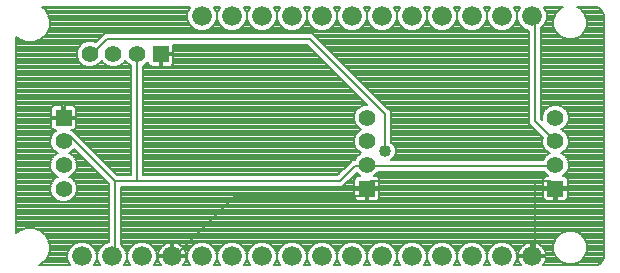
<source format=gbl>
G75*
%MOIN*%
%OFA0B0*%
%FSLAX25Y25*%
%IPPOS*%
%LPD*%
%AMOC8*
5,1,8,0,0,1.08239X$1,22.5*
%
%ADD10R,0.05550X0.05550*%
%ADD11C,0.05550*%
%ADD12C,0.06600*%
%ADD13C,0.00800*%
%ADD14C,0.04000*%
D10*
X0019258Y0052605D03*
X0051644Y0073794D03*
X0120400Y0028983D03*
X0183219Y0028983D03*
D11*
X0183219Y0036857D03*
X0183219Y0044731D03*
X0183219Y0052605D03*
X0120400Y0052605D03*
X0120400Y0044731D03*
X0120400Y0036857D03*
X0043770Y0073794D03*
X0035896Y0073794D03*
X0028022Y0073794D03*
X0019258Y0044731D03*
X0019258Y0036857D03*
X0019258Y0028983D03*
D12*
X0025400Y0006400D03*
X0035400Y0006400D03*
X0045400Y0006400D03*
X0055400Y0006400D03*
X0065400Y0006400D03*
X0075400Y0006400D03*
X0085400Y0006400D03*
X0095400Y0006400D03*
X0105400Y0006400D03*
X0115400Y0006400D03*
X0125400Y0006400D03*
X0135400Y0006400D03*
X0145400Y0006400D03*
X0155400Y0006400D03*
X0165400Y0006400D03*
X0175400Y0006400D03*
X0175400Y0086400D03*
X0165400Y0086400D03*
X0155400Y0086400D03*
X0145400Y0086400D03*
X0135400Y0086400D03*
X0125400Y0086400D03*
X0115400Y0086400D03*
X0105400Y0086400D03*
X0095400Y0086400D03*
X0085400Y0086400D03*
X0075400Y0086400D03*
X0065400Y0086400D03*
D13*
X0011729Y0003734D02*
X0010923Y0003400D01*
X0021470Y0003400D01*
X0021246Y0003624D01*
X0020500Y0005425D01*
X0020500Y0007375D01*
X0021246Y0009176D01*
X0022624Y0010554D01*
X0024425Y0011300D01*
X0026375Y0011300D01*
X0028176Y0010554D01*
X0029554Y0009176D01*
X0030300Y0007375D01*
X0030300Y0005425D01*
X0029554Y0003624D01*
X0029330Y0003400D01*
X0031470Y0003400D01*
X0031246Y0003624D01*
X0030500Y0005425D01*
X0030500Y0007375D01*
X0031246Y0009176D01*
X0032624Y0010554D01*
X0034400Y0011289D01*
X0034400Y0030572D01*
X0022843Y0042129D01*
X0021736Y0041022D01*
X0021185Y0040794D01*
X0021736Y0040565D01*
X0022967Y0039335D01*
X0023633Y0037727D01*
X0023633Y0035986D01*
X0022967Y0034379D01*
X0021736Y0033148D01*
X0021185Y0032920D01*
X0021736Y0032691D01*
X0022967Y0031461D01*
X0023633Y0029853D01*
X0023633Y0028112D01*
X0022967Y0026505D01*
X0021736Y0025274D01*
X0020128Y0024608D01*
X0018388Y0024608D01*
X0016780Y0025274D01*
X0015549Y0026505D01*
X0014883Y0028112D01*
X0014883Y0029853D01*
X0015549Y0031461D01*
X0016780Y0032691D01*
X0017331Y0032920D01*
X0016780Y0033148D01*
X0015549Y0034379D01*
X0014883Y0035986D01*
X0014883Y0037727D01*
X0015549Y0039335D01*
X0016780Y0040565D01*
X0017331Y0040794D01*
X0016780Y0041022D01*
X0015549Y0042253D01*
X0014883Y0043860D01*
X0014883Y0045601D01*
X0015549Y0047209D01*
X0016771Y0048430D01*
X0016299Y0048430D01*
X0015943Y0048525D01*
X0015624Y0048710D01*
X0015363Y0048970D01*
X0015179Y0049290D01*
X0015083Y0049646D01*
X0015083Y0052217D01*
X0018871Y0052217D01*
X0018871Y0052992D01*
X0015083Y0052992D01*
X0015083Y0055564D01*
X0015179Y0055920D01*
X0015363Y0056239D01*
X0015624Y0056500D01*
X0015943Y0056684D01*
X0016299Y0056780D01*
X0018871Y0056780D01*
X0018871Y0052992D01*
X0019646Y0052992D01*
X0023433Y0052992D01*
X0023433Y0055564D01*
X0023338Y0055920D01*
X0023153Y0056239D01*
X0022893Y0056500D01*
X0022573Y0056684D01*
X0022217Y0056780D01*
X0019646Y0056780D01*
X0019646Y0052992D01*
X0019646Y0052217D01*
X0023433Y0052217D01*
X0023433Y0049646D01*
X0023338Y0049290D01*
X0023153Y0048970D01*
X0022893Y0048710D01*
X0022573Y0048525D01*
X0022217Y0048430D01*
X0021746Y0048430D01*
X0021776Y0048400D01*
X0022228Y0048400D01*
X0022328Y0048300D01*
X0022468Y0048283D01*
X0022902Y0047727D01*
X0037228Y0033400D01*
X0041900Y0033400D01*
X0041900Y0069833D01*
X0041292Y0070085D01*
X0040061Y0071316D01*
X0039833Y0071867D01*
X0039605Y0071316D01*
X0038374Y0070085D01*
X0036766Y0069419D01*
X0035026Y0069419D01*
X0033418Y0070085D01*
X0032187Y0071316D01*
X0031959Y0071867D01*
X0031731Y0071316D01*
X0030500Y0070085D01*
X0028892Y0069419D01*
X0027152Y0069419D01*
X0025544Y0070085D01*
X0024313Y0071316D01*
X0023647Y0072923D01*
X0023647Y0074664D01*
X0024313Y0076272D01*
X0025544Y0077502D01*
X0027152Y0078168D01*
X0028892Y0078168D01*
X0029916Y0077744D01*
X0033072Y0080900D01*
X0102228Y0080900D01*
X0127228Y0055900D01*
X0127228Y0055900D01*
X0128400Y0054728D01*
X0128400Y0044468D01*
X0128439Y0044452D01*
X0129452Y0043439D01*
X0130000Y0042116D01*
X0130000Y0040684D01*
X0129452Y0039361D01*
X0128491Y0038400D01*
X0179123Y0038400D01*
X0179510Y0039335D01*
X0180741Y0040565D01*
X0181292Y0040794D01*
X0180741Y0041022D01*
X0179510Y0042253D01*
X0178844Y0043860D01*
X0178844Y0045601D01*
X0178998Y0045973D01*
X0175572Y0049400D01*
X0174400Y0050572D01*
X0174400Y0081510D01*
X0172624Y0082246D01*
X0171246Y0083624D01*
X0170500Y0085425D01*
X0170500Y0087375D01*
X0171246Y0089176D01*
X0171470Y0089400D01*
X0169330Y0089400D01*
X0169554Y0089176D01*
X0170300Y0087375D01*
X0170300Y0085425D01*
X0169554Y0083624D01*
X0168176Y0082246D01*
X0166375Y0081500D01*
X0164425Y0081500D01*
X0162624Y0082246D01*
X0161246Y0083624D01*
X0160500Y0085425D01*
X0160500Y0087375D01*
X0161246Y0089176D01*
X0161470Y0089400D01*
X0159330Y0089400D01*
X0159554Y0089176D01*
X0160300Y0087375D01*
X0160300Y0085425D01*
X0159554Y0083624D01*
X0158176Y0082246D01*
X0156375Y0081500D01*
X0154425Y0081500D01*
X0152624Y0082246D01*
X0151246Y0083624D01*
X0150500Y0085425D01*
X0150500Y0087375D01*
X0151246Y0089176D01*
X0151470Y0089400D01*
X0149330Y0089400D01*
X0149554Y0089176D01*
X0150300Y0087375D01*
X0150300Y0085425D01*
X0149554Y0083624D01*
X0148176Y0082246D01*
X0146375Y0081500D01*
X0144425Y0081500D01*
X0142624Y0082246D01*
X0141246Y0083624D01*
X0140500Y0085425D01*
X0140500Y0087375D01*
X0141246Y0089176D01*
X0141470Y0089400D01*
X0139330Y0089400D01*
X0139554Y0089176D01*
X0140300Y0087375D01*
X0140300Y0085425D01*
X0139554Y0083624D01*
X0138176Y0082246D01*
X0136375Y0081500D01*
X0134425Y0081500D01*
X0132624Y0082246D01*
X0131246Y0083624D01*
X0130500Y0085425D01*
X0130500Y0087375D01*
X0131246Y0089176D01*
X0131470Y0089400D01*
X0129330Y0089400D01*
X0129554Y0089176D01*
X0130300Y0087375D01*
X0130300Y0085425D01*
X0129554Y0083624D01*
X0128176Y0082246D01*
X0126375Y0081500D01*
X0124425Y0081500D01*
X0122624Y0082246D01*
X0121246Y0083624D01*
X0120500Y0085425D01*
X0120500Y0087375D01*
X0121246Y0089176D01*
X0121470Y0089400D01*
X0119330Y0089400D01*
X0119554Y0089176D01*
X0120300Y0087375D01*
X0120300Y0085425D01*
X0119554Y0083624D01*
X0118176Y0082246D01*
X0116375Y0081500D01*
X0114425Y0081500D01*
X0112624Y0082246D01*
X0111246Y0083624D01*
X0110500Y0085425D01*
X0110500Y0087375D01*
X0111246Y0089176D01*
X0111470Y0089400D01*
X0109330Y0089400D01*
X0109554Y0089176D01*
X0110300Y0087375D01*
X0110300Y0085425D01*
X0109554Y0083624D01*
X0108176Y0082246D01*
X0106375Y0081500D01*
X0104425Y0081500D01*
X0102624Y0082246D01*
X0101246Y0083624D01*
X0100500Y0085425D01*
X0100500Y0087375D01*
X0101246Y0089176D01*
X0101470Y0089400D01*
X0099330Y0089400D01*
X0099554Y0089176D01*
X0100300Y0087375D01*
X0100300Y0085425D01*
X0099554Y0083624D01*
X0098176Y0082246D01*
X0096375Y0081500D01*
X0094425Y0081500D01*
X0092624Y0082246D01*
X0091246Y0083624D01*
X0090500Y0085425D01*
X0090500Y0087375D01*
X0091246Y0089176D01*
X0091470Y0089400D01*
X0089330Y0089400D01*
X0089554Y0089176D01*
X0090300Y0087375D01*
X0090300Y0085425D01*
X0089554Y0083624D01*
X0088176Y0082246D01*
X0086375Y0081500D01*
X0084425Y0081500D01*
X0082624Y0082246D01*
X0081246Y0083624D01*
X0080500Y0085425D01*
X0080500Y0087375D01*
X0081246Y0089176D01*
X0081470Y0089400D01*
X0079330Y0089400D01*
X0079554Y0089176D01*
X0080300Y0087375D01*
X0080300Y0085425D01*
X0079554Y0083624D01*
X0078176Y0082246D01*
X0076375Y0081500D01*
X0074425Y0081500D01*
X0072624Y0082246D01*
X0071246Y0083624D01*
X0070500Y0085425D01*
X0070500Y0087375D01*
X0071246Y0089176D01*
X0071470Y0089400D01*
X0069330Y0089400D01*
X0069554Y0089176D01*
X0070300Y0087375D01*
X0070300Y0085425D01*
X0069554Y0083624D01*
X0068176Y0082246D01*
X0066375Y0081500D01*
X0064425Y0081500D01*
X0062624Y0082246D01*
X0061246Y0083624D01*
X0060500Y0085425D01*
X0060500Y0087375D01*
X0061246Y0089176D01*
X0061470Y0089400D01*
X0012214Y0089400D01*
X0013586Y0088028D01*
X0014591Y0085603D01*
X0014591Y0082977D01*
X0013586Y0080551D01*
X0011729Y0078695D01*
X0009303Y0077690D01*
X0006678Y0077690D01*
X0004252Y0078695D01*
X0003400Y0079547D01*
X0003400Y0014072D01*
X0004252Y0014924D01*
X0006678Y0015929D01*
X0009303Y0015929D01*
X0011729Y0014924D01*
X0013586Y0013068D01*
X0014591Y0010642D01*
X0014591Y0008016D01*
X0013586Y0005591D01*
X0011729Y0003734D01*
X0011391Y0003594D02*
X0021276Y0003594D01*
X0020928Y0004393D02*
X0012388Y0004393D01*
X0013186Y0005191D02*
X0020597Y0005191D01*
X0020500Y0005990D02*
X0013751Y0005990D01*
X0014082Y0006788D02*
X0020500Y0006788D01*
X0020588Y0007587D02*
X0014413Y0007587D01*
X0014591Y0008385D02*
X0020919Y0008385D01*
X0021254Y0009184D02*
X0014591Y0009184D01*
X0014591Y0009982D02*
X0022052Y0009982D01*
X0023172Y0010781D02*
X0014533Y0010781D01*
X0014202Y0011579D02*
X0034400Y0011579D01*
X0034400Y0012378D02*
X0013872Y0012378D01*
X0013477Y0013176D02*
X0034400Y0013176D01*
X0034400Y0013975D02*
X0012679Y0013975D01*
X0011880Y0014773D02*
X0034400Y0014773D01*
X0034400Y0015572D02*
X0010166Y0015572D01*
X0005815Y0015572D02*
X0003400Y0015572D01*
X0003400Y0016370D02*
X0034400Y0016370D01*
X0034400Y0017169D02*
X0003400Y0017169D01*
X0003400Y0017967D02*
X0034400Y0017967D01*
X0034400Y0018766D02*
X0003400Y0018766D01*
X0003400Y0019564D02*
X0034400Y0019564D01*
X0034400Y0020363D02*
X0003400Y0020363D01*
X0003400Y0021161D02*
X0034400Y0021161D01*
X0034400Y0021960D02*
X0003400Y0021960D01*
X0003400Y0022758D02*
X0034400Y0022758D01*
X0034400Y0023557D02*
X0003400Y0023557D01*
X0003400Y0024355D02*
X0034400Y0024355D01*
X0034400Y0025154D02*
X0021447Y0025154D01*
X0022415Y0025952D02*
X0034400Y0025952D01*
X0034400Y0026751D02*
X0023069Y0026751D01*
X0023400Y0027549D02*
X0034400Y0027549D01*
X0034400Y0028348D02*
X0023633Y0028348D01*
X0023633Y0029146D02*
X0034400Y0029146D01*
X0034400Y0029945D02*
X0023595Y0029945D01*
X0023264Y0030743D02*
X0034228Y0030743D01*
X0033430Y0031542D02*
X0022886Y0031542D01*
X0022087Y0032340D02*
X0032631Y0032340D01*
X0031833Y0033139D02*
X0021715Y0033139D01*
X0022526Y0033937D02*
X0031034Y0033937D01*
X0030236Y0034736D02*
X0023115Y0034736D01*
X0023446Y0035534D02*
X0029437Y0035534D01*
X0028639Y0036333D02*
X0023633Y0036333D01*
X0023633Y0037132D02*
X0027840Y0037132D01*
X0027042Y0037930D02*
X0023549Y0037930D01*
X0023218Y0038729D02*
X0026243Y0038729D01*
X0025445Y0039527D02*
X0022775Y0039527D01*
X0021976Y0040326D02*
X0024646Y0040326D01*
X0023847Y0041124D02*
X0021839Y0041124D01*
X0022637Y0041923D02*
X0023049Y0041923D01*
X0026310Y0044318D02*
X0041900Y0044318D01*
X0041900Y0043520D02*
X0027109Y0043520D01*
X0027907Y0042721D02*
X0041900Y0042721D01*
X0041900Y0041923D02*
X0028706Y0041923D01*
X0029504Y0041124D02*
X0041900Y0041124D01*
X0041900Y0040326D02*
X0030303Y0040326D01*
X0031101Y0039527D02*
X0041900Y0039527D01*
X0041900Y0038729D02*
X0031900Y0038729D01*
X0032698Y0037930D02*
X0041900Y0037930D01*
X0041900Y0037132D02*
X0033497Y0037132D01*
X0034295Y0036333D02*
X0041900Y0036333D01*
X0041900Y0035534D02*
X0035094Y0035534D01*
X0035892Y0034736D02*
X0041900Y0034736D01*
X0041900Y0033937D02*
X0036691Y0033937D01*
X0036400Y0031400D02*
X0043900Y0031400D01*
X0043900Y0071400D01*
X0043770Y0073794D01*
X0039998Y0071468D02*
X0039668Y0071468D01*
X0038958Y0070669D02*
X0040708Y0070669D01*
X0041810Y0069870D02*
X0037856Y0069870D01*
X0033936Y0069870D02*
X0029982Y0069870D01*
X0031084Y0070669D02*
X0032834Y0070669D01*
X0032124Y0071468D02*
X0031794Y0071468D01*
X0028900Y0073900D02*
X0028022Y0073794D01*
X0028900Y0073900D02*
X0033900Y0078900D01*
X0101400Y0078900D01*
X0126400Y0053900D01*
X0126400Y0041400D01*
X0129749Y0042721D02*
X0179316Y0042721D01*
X0178985Y0043520D02*
X0129372Y0043520D01*
X0128573Y0044318D02*
X0178844Y0044318D01*
X0178844Y0045117D02*
X0128400Y0045117D01*
X0128400Y0045915D02*
X0178974Y0045915D01*
X0178258Y0046714D02*
X0128400Y0046714D01*
X0128400Y0047512D02*
X0177459Y0047512D01*
X0176661Y0048311D02*
X0128400Y0048311D01*
X0128400Y0049109D02*
X0175862Y0049109D01*
X0175064Y0049908D02*
X0128400Y0049908D01*
X0128400Y0050706D02*
X0174400Y0050706D01*
X0174400Y0051505D02*
X0128400Y0051505D01*
X0128400Y0052303D02*
X0174400Y0052303D01*
X0174400Y0053102D02*
X0128400Y0053102D01*
X0128400Y0053900D02*
X0174400Y0053900D01*
X0174400Y0054699D02*
X0128400Y0054699D01*
X0127631Y0055497D02*
X0174400Y0055497D01*
X0174400Y0056296D02*
X0126833Y0056296D01*
X0126034Y0057094D02*
X0174400Y0057094D01*
X0174400Y0057893D02*
X0125236Y0057893D01*
X0124437Y0058691D02*
X0174400Y0058691D01*
X0174400Y0059490D02*
X0123639Y0059490D01*
X0122840Y0060288D02*
X0174400Y0060288D01*
X0174400Y0061087D02*
X0122042Y0061087D01*
X0121243Y0061885D02*
X0174400Y0061885D01*
X0174400Y0062684D02*
X0120445Y0062684D01*
X0119646Y0063482D02*
X0174400Y0063482D01*
X0174400Y0064281D02*
X0118848Y0064281D01*
X0118049Y0065079D02*
X0174400Y0065079D01*
X0174400Y0065878D02*
X0117250Y0065878D01*
X0116452Y0066676D02*
X0174400Y0066676D01*
X0174400Y0067475D02*
X0115653Y0067475D01*
X0114855Y0068273D02*
X0174400Y0068273D01*
X0174400Y0069072D02*
X0114056Y0069072D01*
X0113258Y0069870D02*
X0174400Y0069870D01*
X0174400Y0070669D02*
X0112459Y0070669D01*
X0111661Y0071468D02*
X0174400Y0071468D01*
X0174400Y0072266D02*
X0110862Y0072266D01*
X0110064Y0073065D02*
X0174400Y0073065D01*
X0174400Y0073863D02*
X0109265Y0073863D01*
X0108467Y0074662D02*
X0174400Y0074662D01*
X0174400Y0075460D02*
X0107668Y0075460D01*
X0106870Y0076259D02*
X0174400Y0076259D01*
X0174400Y0077057D02*
X0106071Y0077057D01*
X0105273Y0077856D02*
X0174400Y0077856D01*
X0174400Y0078654D02*
X0104474Y0078654D01*
X0103676Y0079453D02*
X0174400Y0079453D01*
X0174400Y0080251D02*
X0102877Y0080251D01*
X0103585Y0081848D02*
X0097215Y0081848D01*
X0098576Y0082647D02*
X0102224Y0082647D01*
X0101425Y0083445D02*
X0099375Y0083445D01*
X0099811Y0084244D02*
X0100989Y0084244D01*
X0100659Y0085042D02*
X0100141Y0085042D01*
X0100300Y0085841D02*
X0100500Y0085841D01*
X0100500Y0086639D02*
X0100300Y0086639D01*
X0100274Y0087438D02*
X0100526Y0087438D01*
X0100857Y0088236D02*
X0099943Y0088236D01*
X0099612Y0089035D02*
X0101188Y0089035D01*
X0109612Y0089035D02*
X0111188Y0089035D01*
X0110857Y0088236D02*
X0109943Y0088236D01*
X0110274Y0087438D02*
X0110526Y0087438D01*
X0110500Y0086639D02*
X0110300Y0086639D01*
X0110300Y0085841D02*
X0110500Y0085841D01*
X0110659Y0085042D02*
X0110141Y0085042D01*
X0109811Y0084244D02*
X0110989Y0084244D01*
X0111425Y0083445D02*
X0109375Y0083445D01*
X0108576Y0082647D02*
X0112224Y0082647D01*
X0113585Y0081848D02*
X0107215Y0081848D01*
X0117215Y0081848D02*
X0123585Y0081848D01*
X0122224Y0082647D02*
X0118576Y0082647D01*
X0119375Y0083445D02*
X0121425Y0083445D01*
X0120989Y0084244D02*
X0119811Y0084244D01*
X0120141Y0085042D02*
X0120659Y0085042D01*
X0120500Y0085841D02*
X0120300Y0085841D01*
X0120300Y0086639D02*
X0120500Y0086639D01*
X0120526Y0087438D02*
X0120274Y0087438D01*
X0119943Y0088236D02*
X0120857Y0088236D01*
X0121188Y0089035D02*
X0119612Y0089035D01*
X0129612Y0089035D02*
X0131188Y0089035D01*
X0130857Y0088236D02*
X0129943Y0088236D01*
X0130274Y0087438D02*
X0130526Y0087438D01*
X0130500Y0086639D02*
X0130300Y0086639D01*
X0130300Y0085841D02*
X0130500Y0085841D01*
X0130659Y0085042D02*
X0130141Y0085042D01*
X0129811Y0084244D02*
X0130989Y0084244D01*
X0131425Y0083445D02*
X0129375Y0083445D01*
X0128576Y0082647D02*
X0132224Y0082647D01*
X0133585Y0081848D02*
X0127215Y0081848D01*
X0137215Y0081848D02*
X0143585Y0081848D01*
X0142224Y0082647D02*
X0138576Y0082647D01*
X0139375Y0083445D02*
X0141425Y0083445D01*
X0140989Y0084244D02*
X0139811Y0084244D01*
X0140141Y0085042D02*
X0140659Y0085042D01*
X0140500Y0085841D02*
X0140300Y0085841D01*
X0140300Y0086639D02*
X0140500Y0086639D01*
X0140526Y0087438D02*
X0140274Y0087438D01*
X0139943Y0088236D02*
X0140857Y0088236D01*
X0141188Y0089035D02*
X0139612Y0089035D01*
X0149612Y0089035D02*
X0151188Y0089035D01*
X0150857Y0088236D02*
X0149943Y0088236D01*
X0150274Y0087438D02*
X0150526Y0087438D01*
X0150500Y0086639D02*
X0150300Y0086639D01*
X0150300Y0085841D02*
X0150500Y0085841D01*
X0150659Y0085042D02*
X0150141Y0085042D01*
X0149811Y0084244D02*
X0150989Y0084244D01*
X0151425Y0083445D02*
X0149375Y0083445D01*
X0148576Y0082647D02*
X0152224Y0082647D01*
X0153585Y0081848D02*
X0147215Y0081848D01*
X0157215Y0081848D02*
X0163585Y0081848D01*
X0162224Y0082647D02*
X0158576Y0082647D01*
X0159375Y0083445D02*
X0161425Y0083445D01*
X0160989Y0084244D02*
X0159811Y0084244D01*
X0160141Y0085042D02*
X0160659Y0085042D01*
X0160500Y0085841D02*
X0160300Y0085841D01*
X0160300Y0086639D02*
X0160500Y0086639D01*
X0160526Y0087438D02*
X0160274Y0087438D01*
X0159943Y0088236D02*
X0160857Y0088236D01*
X0161188Y0089035D02*
X0159612Y0089035D01*
X0169612Y0089035D02*
X0171188Y0089035D01*
X0170857Y0088236D02*
X0169943Y0088236D01*
X0170274Y0087438D02*
X0170526Y0087438D01*
X0170500Y0086639D02*
X0170300Y0086639D01*
X0170300Y0085841D02*
X0170500Y0085841D01*
X0170659Y0085042D02*
X0170141Y0085042D01*
X0169811Y0084244D02*
X0170989Y0084244D01*
X0171425Y0083445D02*
X0169375Y0083445D01*
X0168576Y0082647D02*
X0172224Y0082647D01*
X0173585Y0081848D02*
X0167215Y0081848D01*
X0174400Y0081050D02*
X0013792Y0081050D01*
X0014123Y0081848D02*
X0063585Y0081848D01*
X0062224Y0082647D02*
X0014454Y0082647D01*
X0014591Y0083445D02*
X0061425Y0083445D01*
X0060989Y0084244D02*
X0014591Y0084244D01*
X0014591Y0085042D02*
X0060659Y0085042D01*
X0060500Y0085841D02*
X0014492Y0085841D01*
X0014161Y0086639D02*
X0060500Y0086639D01*
X0060526Y0087438D02*
X0013830Y0087438D01*
X0013378Y0088236D02*
X0060857Y0088236D01*
X0061188Y0089035D02*
X0012579Y0089035D01*
X0013286Y0080251D02*
X0032423Y0080251D01*
X0031624Y0079453D02*
X0012487Y0079453D01*
X0011632Y0078654D02*
X0030826Y0078654D01*
X0030027Y0077856D02*
X0029648Y0077856D01*
X0026396Y0077856D02*
X0009704Y0077856D01*
X0006277Y0077856D02*
X0003400Y0077856D01*
X0003400Y0078654D02*
X0004350Y0078654D01*
X0003494Y0079453D02*
X0003400Y0079453D01*
X0003400Y0077057D02*
X0025099Y0077057D01*
X0024308Y0076259D02*
X0003400Y0076259D01*
X0003400Y0075460D02*
X0023977Y0075460D01*
X0023647Y0074662D02*
X0003400Y0074662D01*
X0003400Y0073863D02*
X0023647Y0073863D01*
X0023647Y0073065D02*
X0003400Y0073065D01*
X0003400Y0072266D02*
X0023920Y0072266D01*
X0024250Y0071468D02*
X0003400Y0071468D01*
X0003400Y0070669D02*
X0024960Y0070669D01*
X0026062Y0069870D02*
X0003400Y0069870D01*
X0003400Y0069072D02*
X0041900Y0069072D01*
X0041900Y0068273D02*
X0003400Y0068273D01*
X0003400Y0067475D02*
X0041900Y0067475D01*
X0041900Y0066676D02*
X0003400Y0066676D01*
X0003400Y0065878D02*
X0041900Y0065878D01*
X0041900Y0065079D02*
X0003400Y0065079D01*
X0003400Y0064281D02*
X0041900Y0064281D01*
X0041900Y0063482D02*
X0003400Y0063482D01*
X0003400Y0062684D02*
X0041900Y0062684D01*
X0041900Y0061885D02*
X0003400Y0061885D01*
X0003400Y0061087D02*
X0041900Y0061087D01*
X0041900Y0060288D02*
X0003400Y0060288D01*
X0003400Y0059490D02*
X0041900Y0059490D01*
X0041900Y0058691D02*
X0003400Y0058691D01*
X0003400Y0057893D02*
X0041900Y0057893D01*
X0041900Y0057094D02*
X0003400Y0057094D01*
X0003400Y0056296D02*
X0015420Y0056296D01*
X0015083Y0055497D02*
X0003400Y0055497D01*
X0003400Y0054699D02*
X0015083Y0054699D01*
X0015083Y0053900D02*
X0003400Y0053900D01*
X0003400Y0053102D02*
X0015083Y0053102D01*
X0015083Y0051505D02*
X0003400Y0051505D01*
X0003400Y0052303D02*
X0018871Y0052303D01*
X0019646Y0052303D02*
X0041900Y0052303D01*
X0041900Y0051505D02*
X0023433Y0051505D01*
X0023433Y0050706D02*
X0041900Y0050706D01*
X0041900Y0049908D02*
X0023433Y0049908D01*
X0023234Y0049109D02*
X0041900Y0049109D01*
X0041900Y0048311D02*
X0022318Y0048311D01*
X0023116Y0047512D02*
X0041900Y0047512D01*
X0041900Y0046714D02*
X0023915Y0046714D01*
X0024713Y0045915D02*
X0041900Y0045915D01*
X0041900Y0045117D02*
X0025512Y0045117D01*
X0021400Y0046400D02*
X0019258Y0044731D01*
X0021400Y0046400D02*
X0036400Y0031400D01*
X0036400Y0006400D01*
X0035400Y0006400D01*
X0039872Y0004393D02*
X0040928Y0004393D01*
X0041246Y0003624D02*
X0040500Y0005425D01*
X0040500Y0007375D01*
X0041246Y0009176D01*
X0042624Y0010554D01*
X0044425Y0011300D01*
X0046375Y0011300D01*
X0048176Y0010554D01*
X0049554Y0009176D01*
X0050300Y0007375D01*
X0050300Y0005425D01*
X0049554Y0003624D01*
X0049330Y0003400D01*
X0051770Y0003400D01*
X0051380Y0003937D01*
X0051044Y0004596D01*
X0050816Y0005299D01*
X0050705Y0006000D01*
X0055000Y0006000D01*
X0055000Y0006800D01*
X0055000Y0011095D01*
X0054299Y0010984D01*
X0053596Y0010756D01*
X0052937Y0010420D01*
X0052338Y0009985D01*
X0051815Y0009462D01*
X0051380Y0008863D01*
X0051044Y0008204D01*
X0050816Y0007501D01*
X0050705Y0006800D01*
X0055000Y0006800D01*
X0055800Y0006800D01*
X0055800Y0011095D01*
X0056501Y0010984D01*
X0057204Y0010756D01*
X0057863Y0010420D01*
X0058462Y0009985D01*
X0058985Y0009462D01*
X0059420Y0008863D01*
X0059756Y0008204D01*
X0059984Y0007501D01*
X0060095Y0006800D01*
X0055800Y0006800D01*
X0055800Y0006000D01*
X0060095Y0006000D01*
X0059984Y0005299D01*
X0059756Y0004596D01*
X0059420Y0003937D01*
X0059030Y0003400D01*
X0061470Y0003400D01*
X0061246Y0003624D01*
X0060500Y0005425D01*
X0060500Y0007375D01*
X0061246Y0009176D01*
X0062624Y0010554D01*
X0064425Y0011300D01*
X0066375Y0011300D01*
X0068176Y0010554D01*
X0069554Y0009176D01*
X0070300Y0007375D01*
X0070300Y0005425D01*
X0069554Y0003624D01*
X0069330Y0003400D01*
X0071470Y0003400D01*
X0071246Y0003624D01*
X0070500Y0005425D01*
X0070500Y0007375D01*
X0071246Y0009176D01*
X0072624Y0010554D01*
X0074425Y0011300D01*
X0076375Y0011300D01*
X0078176Y0010554D01*
X0079554Y0009176D01*
X0080300Y0007375D01*
X0080300Y0005425D01*
X0079554Y0003624D01*
X0079330Y0003400D01*
X0081470Y0003400D01*
X0081246Y0003624D01*
X0080500Y0005425D01*
X0080500Y0007375D01*
X0081246Y0009176D01*
X0082624Y0010554D01*
X0084425Y0011300D01*
X0086375Y0011300D01*
X0088176Y0010554D01*
X0089554Y0009176D01*
X0090300Y0007375D01*
X0090300Y0005425D01*
X0089554Y0003624D01*
X0089330Y0003400D01*
X0091470Y0003400D01*
X0091246Y0003624D01*
X0090500Y0005425D01*
X0090500Y0007375D01*
X0091246Y0009176D01*
X0092624Y0010554D01*
X0094425Y0011300D01*
X0096375Y0011300D01*
X0098176Y0010554D01*
X0099554Y0009176D01*
X0100300Y0007375D01*
X0100300Y0005425D01*
X0099554Y0003624D01*
X0099330Y0003400D01*
X0101470Y0003400D01*
X0101246Y0003624D01*
X0100500Y0005425D01*
X0100500Y0007375D01*
X0101246Y0009176D01*
X0102624Y0010554D01*
X0104425Y0011300D01*
X0106375Y0011300D01*
X0108176Y0010554D01*
X0109554Y0009176D01*
X0110300Y0007375D01*
X0110300Y0005425D01*
X0109554Y0003624D01*
X0109330Y0003400D01*
X0111470Y0003400D01*
X0111246Y0003624D01*
X0110500Y0005425D01*
X0110500Y0007375D01*
X0111246Y0009176D01*
X0112624Y0010554D01*
X0114425Y0011300D01*
X0116375Y0011300D01*
X0118176Y0010554D01*
X0119554Y0009176D01*
X0120300Y0007375D01*
X0120300Y0005425D01*
X0119554Y0003624D01*
X0119330Y0003400D01*
X0121470Y0003400D01*
X0121246Y0003624D01*
X0120500Y0005425D01*
X0120500Y0007375D01*
X0121246Y0009176D01*
X0122624Y0010554D01*
X0124425Y0011300D01*
X0126375Y0011300D01*
X0128176Y0010554D01*
X0129554Y0009176D01*
X0130300Y0007375D01*
X0130300Y0005425D01*
X0129554Y0003624D01*
X0129330Y0003400D01*
X0131470Y0003400D01*
X0131246Y0003624D01*
X0130500Y0005425D01*
X0130500Y0007375D01*
X0131246Y0009176D01*
X0132624Y0010554D01*
X0134425Y0011300D01*
X0136375Y0011300D01*
X0138176Y0010554D01*
X0139554Y0009176D01*
X0140300Y0007375D01*
X0140300Y0005425D01*
X0139554Y0003624D01*
X0139330Y0003400D01*
X0141470Y0003400D01*
X0141246Y0003624D01*
X0140500Y0005425D01*
X0140500Y0007375D01*
X0141246Y0009176D01*
X0142624Y0010554D01*
X0144425Y0011300D01*
X0146375Y0011300D01*
X0148176Y0010554D01*
X0149554Y0009176D01*
X0150300Y0007375D01*
X0150300Y0005425D01*
X0149554Y0003624D01*
X0149330Y0003400D01*
X0151470Y0003400D01*
X0151246Y0003624D01*
X0150500Y0005425D01*
X0150500Y0007375D01*
X0151246Y0009176D01*
X0152624Y0010554D01*
X0154425Y0011300D01*
X0156375Y0011300D01*
X0158176Y0010554D01*
X0159554Y0009176D01*
X0160300Y0007375D01*
X0160300Y0005425D01*
X0159554Y0003624D01*
X0159330Y0003400D01*
X0161470Y0003400D01*
X0161246Y0003624D01*
X0160500Y0005425D01*
X0160500Y0007375D01*
X0161246Y0009176D01*
X0162624Y0010554D01*
X0164425Y0011300D01*
X0166375Y0011300D01*
X0168176Y0010554D01*
X0169554Y0009176D01*
X0170300Y0007375D01*
X0170300Y0005425D01*
X0169554Y0003624D01*
X0169330Y0003400D01*
X0171770Y0003400D01*
X0171380Y0003937D01*
X0171044Y0004596D01*
X0170816Y0005299D01*
X0170705Y0006000D01*
X0175000Y0006000D01*
X0175000Y0006800D01*
X0175000Y0011095D01*
X0174299Y0010984D01*
X0173596Y0010756D01*
X0172937Y0010420D01*
X0172338Y0009985D01*
X0171815Y0009462D01*
X0171380Y0008863D01*
X0171044Y0008204D01*
X0170816Y0007501D01*
X0170705Y0006800D01*
X0175000Y0006800D01*
X0175800Y0006800D01*
X0175800Y0011095D01*
X0176501Y0010984D01*
X0177204Y0010756D01*
X0177863Y0010420D01*
X0178462Y0009985D01*
X0178985Y0009462D01*
X0179420Y0008863D01*
X0179756Y0008204D01*
X0179984Y0007501D01*
X0180095Y0006800D01*
X0175800Y0006800D01*
X0175800Y0006000D01*
X0180095Y0006000D01*
X0179984Y0005299D01*
X0179756Y0004596D01*
X0179420Y0003937D01*
X0179030Y0003400D01*
X0196400Y0003400D01*
X0196985Y0003458D01*
X0198067Y0003906D01*
X0198894Y0004733D01*
X0199342Y0005815D01*
X0199400Y0006400D01*
X0199400Y0086400D01*
X0199342Y0086985D01*
X0198894Y0088067D01*
X0198067Y0088894D01*
X0196985Y0089342D01*
X0196400Y0089400D01*
X0190452Y0089400D01*
X0191328Y0089037D01*
X0192903Y0087462D01*
X0193756Y0085404D01*
X0193756Y0083176D01*
X0192903Y0081118D01*
X0191328Y0079542D01*
X0189270Y0078690D01*
X0187042Y0078690D01*
X0184984Y0079542D01*
X0183408Y0081118D01*
X0182556Y0083176D01*
X0182556Y0085404D01*
X0183408Y0087462D01*
X0184984Y0089037D01*
X0185860Y0089400D01*
X0179330Y0089400D01*
X0179554Y0089176D01*
X0180300Y0087375D01*
X0180300Y0085425D01*
X0179554Y0083624D01*
X0178400Y0082470D01*
X0178400Y0052228D01*
X0178844Y0051784D01*
X0178844Y0053475D01*
X0179510Y0055083D01*
X0180741Y0056313D01*
X0182349Y0056980D01*
X0184089Y0056980D01*
X0185697Y0056313D01*
X0186928Y0055083D01*
X0187594Y0053475D01*
X0187594Y0051735D01*
X0186928Y0050127D01*
X0185697Y0048896D01*
X0185146Y0048668D01*
X0185697Y0048439D01*
X0186928Y0047209D01*
X0187594Y0045601D01*
X0187594Y0043860D01*
X0186928Y0042253D01*
X0185697Y0041022D01*
X0185146Y0040794D01*
X0185697Y0040565D01*
X0186928Y0039335D01*
X0187594Y0037727D01*
X0187594Y0035986D01*
X0186928Y0034379D01*
X0185707Y0033157D01*
X0186178Y0033157D01*
X0186534Y0033062D01*
X0186853Y0032878D01*
X0187114Y0032617D01*
X0187298Y0032298D01*
X0187394Y0031942D01*
X0187394Y0029370D01*
X0183606Y0029370D01*
X0183606Y0028595D01*
X0183606Y0024808D01*
X0186178Y0024808D01*
X0186534Y0024903D01*
X0186853Y0025088D01*
X0187114Y0025348D01*
X0187298Y0025667D01*
X0187394Y0026024D01*
X0187394Y0028595D01*
X0183606Y0028595D01*
X0182831Y0028595D01*
X0179044Y0028595D01*
X0179044Y0026024D01*
X0179140Y0025667D01*
X0179324Y0025348D01*
X0179584Y0025088D01*
X0179904Y0024903D01*
X0180260Y0024808D01*
X0182831Y0024808D01*
X0182831Y0028595D01*
X0182831Y0029370D01*
X0179044Y0029370D01*
X0179044Y0031942D01*
X0179140Y0032298D01*
X0179324Y0032617D01*
X0179584Y0032878D01*
X0179904Y0033062D01*
X0180260Y0033157D01*
X0180731Y0033157D01*
X0179510Y0034379D01*
X0179501Y0034400D01*
X0124118Y0034400D01*
X0124109Y0034379D01*
X0122888Y0033157D01*
X0123359Y0033157D01*
X0123715Y0033062D01*
X0124034Y0032878D01*
X0124295Y0032617D01*
X0124479Y0032298D01*
X0124575Y0031942D01*
X0124575Y0029370D01*
X0120787Y0029370D01*
X0120787Y0028595D01*
X0120787Y0024808D01*
X0123359Y0024808D01*
X0123715Y0024903D01*
X0124034Y0025088D01*
X0124295Y0025348D01*
X0124479Y0025667D01*
X0124575Y0026024D01*
X0124575Y0028595D01*
X0120787Y0028595D01*
X0120013Y0028595D01*
X0120013Y0024808D01*
X0117441Y0024808D01*
X0117085Y0024903D01*
X0116766Y0025088D01*
X0116505Y0025348D01*
X0116321Y0025667D01*
X0116225Y0026024D01*
X0116225Y0028595D01*
X0120013Y0028595D01*
X0120013Y0029370D01*
X0116225Y0029370D01*
X0116225Y0031942D01*
X0116321Y0032298D01*
X0116505Y0032617D01*
X0116766Y0032878D01*
X0117085Y0033062D01*
X0117441Y0033157D01*
X0117912Y0033157D01*
X0116949Y0034121D01*
X0112228Y0029400D01*
X0038400Y0029400D01*
X0038400Y0010330D01*
X0039554Y0009176D01*
X0040300Y0007375D01*
X0040300Y0005425D01*
X0039554Y0003624D01*
X0039330Y0003400D01*
X0041470Y0003400D01*
X0041246Y0003624D01*
X0041276Y0003594D02*
X0039524Y0003594D01*
X0040203Y0005191D02*
X0040597Y0005191D01*
X0040500Y0005990D02*
X0040300Y0005990D01*
X0040300Y0006788D02*
X0040500Y0006788D01*
X0040588Y0007587D02*
X0040212Y0007587D01*
X0039881Y0008385D02*
X0040919Y0008385D01*
X0041254Y0009184D02*
X0039546Y0009184D01*
X0038747Y0009982D02*
X0042052Y0009982D01*
X0043172Y0010781D02*
X0038400Y0010781D01*
X0038400Y0011579D02*
X0183027Y0011579D01*
X0183357Y0012378D02*
X0038400Y0012378D01*
X0038400Y0013176D02*
X0184083Y0013176D01*
X0183408Y0012501D02*
X0182556Y0010443D01*
X0182556Y0008215D01*
X0183408Y0006157D01*
X0184984Y0004582D01*
X0187042Y0003729D01*
X0189270Y0003729D01*
X0191328Y0004582D01*
X0192903Y0006157D01*
X0193756Y0008215D01*
X0193756Y0010443D01*
X0192903Y0012501D01*
X0191328Y0014077D01*
X0189270Y0014929D01*
X0187042Y0014929D01*
X0184984Y0014077D01*
X0183408Y0012501D01*
X0182696Y0010781D02*
X0177127Y0010781D01*
X0175800Y0010781D02*
X0175000Y0010781D01*
X0175000Y0009982D02*
X0175800Y0009982D01*
X0175800Y0009184D02*
X0175000Y0009184D01*
X0175000Y0008385D02*
X0175800Y0008385D01*
X0175800Y0007587D02*
X0175000Y0007587D01*
X0175000Y0006788D02*
X0170300Y0006788D01*
X0170300Y0005990D02*
X0170706Y0005990D01*
X0170851Y0005191D02*
X0170203Y0005191D01*
X0169872Y0004393D02*
X0171148Y0004393D01*
X0171629Y0003594D02*
X0169524Y0003594D01*
X0175400Y0006400D02*
X0176400Y0006400D01*
X0176400Y0031400D01*
X0121400Y0031400D01*
X0120400Y0028983D01*
X0121400Y0026400D01*
X0076400Y0026400D01*
X0056400Y0006400D01*
X0055400Y0006400D01*
X0055800Y0006788D02*
X0060500Y0006788D01*
X0060500Y0005990D02*
X0060094Y0005990D01*
X0059949Y0005191D02*
X0060597Y0005191D01*
X0060928Y0004393D02*
X0059652Y0004393D01*
X0059171Y0003594D02*
X0061276Y0003594D01*
X0055000Y0006788D02*
X0050300Y0006788D01*
X0050300Y0005990D02*
X0050706Y0005990D01*
X0050851Y0005191D02*
X0050203Y0005191D01*
X0049872Y0004393D02*
X0051148Y0004393D01*
X0051629Y0003594D02*
X0049524Y0003594D01*
X0050212Y0007587D02*
X0050844Y0007587D01*
X0051137Y0008385D02*
X0049881Y0008385D01*
X0049546Y0009184D02*
X0051613Y0009184D01*
X0052335Y0009982D02*
X0048747Y0009982D01*
X0047628Y0010781D02*
X0053673Y0010781D01*
X0055000Y0010781D02*
X0055800Y0010781D01*
X0055800Y0009982D02*
X0055000Y0009982D01*
X0055000Y0009184D02*
X0055800Y0009184D01*
X0055800Y0008385D02*
X0055000Y0008385D01*
X0055000Y0007587D02*
X0055800Y0007587D01*
X0058465Y0009982D02*
X0062052Y0009982D01*
X0061254Y0009184D02*
X0059187Y0009184D01*
X0059663Y0008385D02*
X0060919Y0008385D01*
X0060588Y0007587D02*
X0059956Y0007587D01*
X0057127Y0010781D02*
X0063172Y0010781D01*
X0067628Y0010781D02*
X0073172Y0010781D01*
X0072052Y0009982D02*
X0068747Y0009982D01*
X0069546Y0009184D02*
X0071254Y0009184D01*
X0070919Y0008385D02*
X0069881Y0008385D01*
X0070212Y0007587D02*
X0070588Y0007587D01*
X0070500Y0006788D02*
X0070300Y0006788D01*
X0070300Y0005990D02*
X0070500Y0005990D01*
X0070597Y0005191D02*
X0070203Y0005191D01*
X0069872Y0004393D02*
X0070928Y0004393D01*
X0071276Y0003594D02*
X0069524Y0003594D01*
X0079524Y0003594D02*
X0081276Y0003594D01*
X0080928Y0004393D02*
X0079872Y0004393D01*
X0080203Y0005191D02*
X0080597Y0005191D01*
X0080500Y0005990D02*
X0080300Y0005990D01*
X0080300Y0006788D02*
X0080500Y0006788D01*
X0080588Y0007587D02*
X0080212Y0007587D01*
X0079881Y0008385D02*
X0080919Y0008385D01*
X0081254Y0009184D02*
X0079546Y0009184D01*
X0078747Y0009982D02*
X0082052Y0009982D01*
X0083172Y0010781D02*
X0077628Y0010781D01*
X0087628Y0010781D02*
X0093172Y0010781D01*
X0092052Y0009982D02*
X0088747Y0009982D01*
X0089546Y0009184D02*
X0091254Y0009184D01*
X0090919Y0008385D02*
X0089881Y0008385D01*
X0090212Y0007587D02*
X0090588Y0007587D01*
X0090500Y0006788D02*
X0090300Y0006788D01*
X0090300Y0005990D02*
X0090500Y0005990D01*
X0090597Y0005191D02*
X0090203Y0005191D01*
X0089872Y0004393D02*
X0090928Y0004393D01*
X0091276Y0003594D02*
X0089524Y0003594D01*
X0099524Y0003594D02*
X0101276Y0003594D01*
X0100928Y0004393D02*
X0099872Y0004393D01*
X0100203Y0005191D02*
X0100597Y0005191D01*
X0100500Y0005990D02*
X0100300Y0005990D01*
X0100300Y0006788D02*
X0100500Y0006788D01*
X0100588Y0007587D02*
X0100212Y0007587D01*
X0099881Y0008385D02*
X0100919Y0008385D01*
X0101254Y0009184D02*
X0099546Y0009184D01*
X0098747Y0009982D02*
X0102052Y0009982D01*
X0103172Y0010781D02*
X0097628Y0010781D01*
X0107628Y0010781D02*
X0113172Y0010781D01*
X0112052Y0009982D02*
X0108747Y0009982D01*
X0109546Y0009184D02*
X0111254Y0009184D01*
X0110919Y0008385D02*
X0109881Y0008385D01*
X0110212Y0007587D02*
X0110588Y0007587D01*
X0110500Y0006788D02*
X0110300Y0006788D01*
X0110300Y0005990D02*
X0110500Y0005990D01*
X0110597Y0005191D02*
X0110203Y0005191D01*
X0109872Y0004393D02*
X0110928Y0004393D01*
X0111276Y0003594D02*
X0109524Y0003594D01*
X0119524Y0003594D02*
X0121276Y0003594D01*
X0120928Y0004393D02*
X0119872Y0004393D01*
X0120203Y0005191D02*
X0120597Y0005191D01*
X0120500Y0005990D02*
X0120300Y0005990D01*
X0120300Y0006788D02*
X0120500Y0006788D01*
X0120588Y0007587D02*
X0120212Y0007587D01*
X0119881Y0008385D02*
X0120919Y0008385D01*
X0121254Y0009184D02*
X0119546Y0009184D01*
X0118747Y0009982D02*
X0122052Y0009982D01*
X0123172Y0010781D02*
X0117628Y0010781D01*
X0127628Y0010781D02*
X0133172Y0010781D01*
X0132052Y0009982D02*
X0128747Y0009982D01*
X0129546Y0009184D02*
X0131254Y0009184D01*
X0130919Y0008385D02*
X0129881Y0008385D01*
X0130212Y0007587D02*
X0130588Y0007587D01*
X0130500Y0006788D02*
X0130300Y0006788D01*
X0130300Y0005990D02*
X0130500Y0005990D01*
X0130597Y0005191D02*
X0130203Y0005191D01*
X0129872Y0004393D02*
X0130928Y0004393D01*
X0131276Y0003594D02*
X0129524Y0003594D01*
X0139524Y0003594D02*
X0141276Y0003594D01*
X0140928Y0004393D02*
X0139872Y0004393D01*
X0140203Y0005191D02*
X0140597Y0005191D01*
X0140500Y0005990D02*
X0140300Y0005990D01*
X0140300Y0006788D02*
X0140500Y0006788D01*
X0140588Y0007587D02*
X0140212Y0007587D01*
X0139881Y0008385D02*
X0140919Y0008385D01*
X0141254Y0009184D02*
X0139546Y0009184D01*
X0138747Y0009982D02*
X0142052Y0009982D01*
X0143172Y0010781D02*
X0137628Y0010781D01*
X0147628Y0010781D02*
X0153172Y0010781D01*
X0152052Y0009982D02*
X0148747Y0009982D01*
X0149546Y0009184D02*
X0151254Y0009184D01*
X0150919Y0008385D02*
X0149881Y0008385D01*
X0150212Y0007587D02*
X0150588Y0007587D01*
X0150500Y0006788D02*
X0150300Y0006788D01*
X0150300Y0005990D02*
X0150500Y0005990D01*
X0150597Y0005191D02*
X0150203Y0005191D01*
X0149872Y0004393D02*
X0150928Y0004393D01*
X0151276Y0003594D02*
X0149524Y0003594D01*
X0159524Y0003594D02*
X0161276Y0003594D01*
X0160928Y0004393D02*
X0159872Y0004393D01*
X0160203Y0005191D02*
X0160597Y0005191D01*
X0160500Y0005990D02*
X0160300Y0005990D01*
X0160300Y0006788D02*
X0160500Y0006788D01*
X0160588Y0007587D02*
X0160212Y0007587D01*
X0159881Y0008385D02*
X0160919Y0008385D01*
X0161254Y0009184D02*
X0159546Y0009184D01*
X0158747Y0009982D02*
X0162052Y0009982D01*
X0163172Y0010781D02*
X0157628Y0010781D01*
X0167628Y0010781D02*
X0173673Y0010781D01*
X0172335Y0009982D02*
X0168747Y0009982D01*
X0169546Y0009184D02*
X0171613Y0009184D01*
X0171137Y0008385D02*
X0169881Y0008385D01*
X0170212Y0007587D02*
X0170844Y0007587D01*
X0175800Y0006788D02*
X0183147Y0006788D01*
X0182816Y0007587D02*
X0179956Y0007587D01*
X0179663Y0008385D02*
X0182556Y0008385D01*
X0182556Y0009184D02*
X0179187Y0009184D01*
X0178465Y0009982D02*
X0182556Y0009982D01*
X0183576Y0005990D02*
X0180094Y0005990D01*
X0179949Y0005191D02*
X0184374Y0005191D01*
X0185440Y0004393D02*
X0179652Y0004393D01*
X0179171Y0003594D02*
X0197315Y0003594D01*
X0198554Y0004393D02*
X0190871Y0004393D01*
X0191937Y0005191D02*
X0199084Y0005191D01*
X0199360Y0005990D02*
X0192736Y0005990D01*
X0193165Y0006788D02*
X0199400Y0006788D01*
X0199400Y0007587D02*
X0193496Y0007587D01*
X0193756Y0008385D02*
X0199400Y0008385D01*
X0199400Y0009184D02*
X0193756Y0009184D01*
X0193756Y0009982D02*
X0199400Y0009982D01*
X0199400Y0010781D02*
X0193616Y0010781D01*
X0193285Y0011579D02*
X0199400Y0011579D01*
X0199400Y0012378D02*
X0192955Y0012378D01*
X0192228Y0013176D02*
X0199400Y0013176D01*
X0199400Y0013975D02*
X0191430Y0013975D01*
X0189646Y0014773D02*
X0199400Y0014773D01*
X0199400Y0015572D02*
X0038400Y0015572D01*
X0038400Y0016370D02*
X0199400Y0016370D01*
X0199400Y0017169D02*
X0038400Y0017169D01*
X0038400Y0017967D02*
X0199400Y0017967D01*
X0199400Y0018766D02*
X0038400Y0018766D01*
X0038400Y0019564D02*
X0199400Y0019564D01*
X0199400Y0020363D02*
X0038400Y0020363D01*
X0038400Y0021161D02*
X0199400Y0021161D01*
X0199400Y0021960D02*
X0038400Y0021960D01*
X0038400Y0022758D02*
X0199400Y0022758D01*
X0199400Y0023557D02*
X0038400Y0023557D01*
X0038400Y0024355D02*
X0199400Y0024355D01*
X0199400Y0025154D02*
X0186920Y0025154D01*
X0187375Y0025952D02*
X0199400Y0025952D01*
X0199400Y0026751D02*
X0187394Y0026751D01*
X0187394Y0027549D02*
X0199400Y0027549D01*
X0199400Y0028348D02*
X0187394Y0028348D01*
X0187394Y0029945D02*
X0199400Y0029945D01*
X0199400Y0030743D02*
X0187394Y0030743D01*
X0187394Y0031542D02*
X0199400Y0031542D01*
X0199400Y0032340D02*
X0187274Y0032340D01*
X0186247Y0033139D02*
X0199400Y0033139D01*
X0199400Y0033937D02*
X0186487Y0033937D01*
X0187076Y0034736D02*
X0199400Y0034736D01*
X0199400Y0035534D02*
X0187406Y0035534D01*
X0187594Y0036333D02*
X0199400Y0036333D01*
X0199400Y0037132D02*
X0187594Y0037132D01*
X0187510Y0037930D02*
X0199400Y0037930D01*
X0199400Y0038729D02*
X0187179Y0038729D01*
X0186735Y0039527D02*
X0199400Y0039527D01*
X0199400Y0040326D02*
X0185937Y0040326D01*
X0185799Y0041124D02*
X0199400Y0041124D01*
X0199400Y0041923D02*
X0186598Y0041923D01*
X0187122Y0042721D02*
X0199400Y0042721D01*
X0199400Y0043520D02*
X0187452Y0043520D01*
X0187594Y0044318D02*
X0199400Y0044318D01*
X0199400Y0045117D02*
X0187594Y0045117D01*
X0187464Y0045915D02*
X0199400Y0045915D01*
X0199400Y0046714D02*
X0187133Y0046714D01*
X0186624Y0047512D02*
X0199400Y0047512D01*
X0199400Y0048311D02*
X0185826Y0048311D01*
X0185910Y0049109D02*
X0199400Y0049109D01*
X0199400Y0049908D02*
X0186709Y0049908D01*
X0187168Y0050706D02*
X0199400Y0050706D01*
X0199400Y0051505D02*
X0187498Y0051505D01*
X0187594Y0052303D02*
X0199400Y0052303D01*
X0199400Y0053102D02*
X0187594Y0053102D01*
X0187418Y0053900D02*
X0199400Y0053900D01*
X0199400Y0054699D02*
X0187087Y0054699D01*
X0186513Y0055497D02*
X0199400Y0055497D01*
X0199400Y0056296D02*
X0185715Y0056296D01*
X0180723Y0056296D02*
X0178400Y0056296D01*
X0178400Y0057094D02*
X0199400Y0057094D01*
X0199400Y0057893D02*
X0178400Y0057893D01*
X0178400Y0058691D02*
X0199400Y0058691D01*
X0199400Y0059490D02*
X0178400Y0059490D01*
X0178400Y0060288D02*
X0199400Y0060288D01*
X0199400Y0061087D02*
X0178400Y0061087D01*
X0178400Y0061885D02*
X0199400Y0061885D01*
X0199400Y0062684D02*
X0178400Y0062684D01*
X0178400Y0063482D02*
X0199400Y0063482D01*
X0199400Y0064281D02*
X0178400Y0064281D01*
X0178400Y0065079D02*
X0199400Y0065079D01*
X0199400Y0065878D02*
X0178400Y0065878D01*
X0178400Y0066676D02*
X0199400Y0066676D01*
X0199400Y0067475D02*
X0178400Y0067475D01*
X0178400Y0068273D02*
X0199400Y0068273D01*
X0199400Y0069072D02*
X0178400Y0069072D01*
X0178400Y0069870D02*
X0199400Y0069870D01*
X0199400Y0070669D02*
X0178400Y0070669D01*
X0178400Y0071468D02*
X0199400Y0071468D01*
X0199400Y0072266D02*
X0178400Y0072266D01*
X0178400Y0073065D02*
X0199400Y0073065D01*
X0199400Y0073863D02*
X0178400Y0073863D01*
X0178400Y0074662D02*
X0199400Y0074662D01*
X0199400Y0075460D02*
X0178400Y0075460D01*
X0178400Y0076259D02*
X0199400Y0076259D01*
X0199400Y0077057D02*
X0178400Y0077057D01*
X0178400Y0077856D02*
X0199400Y0077856D01*
X0199400Y0078654D02*
X0178400Y0078654D01*
X0178400Y0079453D02*
X0185200Y0079453D01*
X0184275Y0080251D02*
X0178400Y0080251D01*
X0178400Y0081050D02*
X0183476Y0081050D01*
X0183106Y0081848D02*
X0178400Y0081848D01*
X0178576Y0082647D02*
X0182775Y0082647D01*
X0182556Y0083445D02*
X0179375Y0083445D01*
X0179811Y0084244D02*
X0182556Y0084244D01*
X0182556Y0085042D02*
X0180141Y0085042D01*
X0180300Y0085841D02*
X0182737Y0085841D01*
X0183068Y0086639D02*
X0180300Y0086639D01*
X0180274Y0087438D02*
X0183398Y0087438D01*
X0184183Y0088236D02*
X0179943Y0088236D01*
X0179612Y0089035D02*
X0184981Y0089035D01*
X0191330Y0089035D02*
X0197728Y0089035D01*
X0198725Y0088236D02*
X0192129Y0088236D01*
X0192913Y0087438D02*
X0199155Y0087438D01*
X0199376Y0086639D02*
X0193244Y0086639D01*
X0193575Y0085841D02*
X0199400Y0085841D01*
X0199400Y0085042D02*
X0193756Y0085042D01*
X0193756Y0084244D02*
X0199400Y0084244D01*
X0199400Y0083445D02*
X0193756Y0083445D01*
X0193537Y0082647D02*
X0199400Y0082647D01*
X0199400Y0081848D02*
X0193206Y0081848D01*
X0192835Y0081050D02*
X0199400Y0081050D01*
X0199400Y0080251D02*
X0192037Y0080251D01*
X0191112Y0079453D02*
X0199400Y0079453D01*
X0176400Y0086400D02*
X0175400Y0086400D01*
X0176400Y0086400D02*
X0176400Y0051400D01*
X0181400Y0046400D01*
X0183219Y0044731D01*
X0179840Y0041923D02*
X0130000Y0041923D01*
X0130000Y0041124D02*
X0180639Y0041124D01*
X0180501Y0040326D02*
X0129852Y0040326D01*
X0129521Y0039527D02*
X0179702Y0039527D01*
X0179259Y0038729D02*
X0128820Y0038729D01*
X0121400Y0036400D02*
X0120400Y0036857D01*
X0121400Y0036400D02*
X0116400Y0036400D01*
X0111400Y0031400D01*
X0043900Y0031400D01*
X0045900Y0033400D02*
X0045900Y0069941D01*
X0046248Y0070085D01*
X0047469Y0071306D01*
X0047469Y0070835D01*
X0047565Y0070479D01*
X0047749Y0070159D01*
X0048010Y0069899D01*
X0048329Y0069714D01*
X0048685Y0069619D01*
X0051257Y0069619D01*
X0051257Y0073406D01*
X0052031Y0073406D01*
X0052031Y0069619D01*
X0054603Y0069619D01*
X0054959Y0069714D01*
X0055279Y0069899D01*
X0055539Y0070159D01*
X0055723Y0070479D01*
X0055819Y0070835D01*
X0055819Y0073406D01*
X0052032Y0073406D01*
X0052032Y0074181D01*
X0055819Y0074181D01*
X0055819Y0076753D01*
X0055779Y0076900D01*
X0100572Y0076900D01*
X0120492Y0056980D01*
X0119530Y0056980D01*
X0117922Y0056313D01*
X0116691Y0055083D01*
X0116025Y0053475D01*
X0116025Y0051735D01*
X0116691Y0050127D01*
X0117922Y0048896D01*
X0118473Y0048668D01*
X0117922Y0048439D01*
X0116691Y0047209D01*
X0116025Y0045601D01*
X0116025Y0043860D01*
X0116691Y0042253D01*
X0117922Y0041022D01*
X0118473Y0040794D01*
X0117922Y0040565D01*
X0116691Y0039335D01*
X0116304Y0038400D01*
X0115572Y0038400D01*
X0114400Y0037228D01*
X0110572Y0033400D01*
X0045900Y0033400D01*
X0045900Y0033937D02*
X0111109Y0033937D01*
X0111908Y0034736D02*
X0045900Y0034736D01*
X0045900Y0035534D02*
X0112706Y0035534D01*
X0113505Y0036333D02*
X0045900Y0036333D01*
X0045900Y0037132D02*
X0114303Y0037132D01*
X0115102Y0037930D02*
X0045900Y0037930D01*
X0045900Y0038729D02*
X0116440Y0038729D01*
X0116883Y0039527D02*
X0045900Y0039527D01*
X0045900Y0040326D02*
X0117682Y0040326D01*
X0117820Y0041124D02*
X0045900Y0041124D01*
X0045900Y0041923D02*
X0117021Y0041923D01*
X0116497Y0042721D02*
X0045900Y0042721D01*
X0045900Y0043520D02*
X0116166Y0043520D01*
X0116025Y0044318D02*
X0045900Y0044318D01*
X0045900Y0045117D02*
X0116025Y0045117D01*
X0116155Y0045915D02*
X0045900Y0045915D01*
X0045900Y0046714D02*
X0116486Y0046714D01*
X0116995Y0047512D02*
X0045900Y0047512D01*
X0045900Y0048311D02*
X0117793Y0048311D01*
X0117709Y0049109D02*
X0045900Y0049109D01*
X0045900Y0049908D02*
X0116910Y0049908D01*
X0116451Y0050706D02*
X0045900Y0050706D01*
X0045900Y0051505D02*
X0116120Y0051505D01*
X0116025Y0052303D02*
X0045900Y0052303D01*
X0045900Y0053102D02*
X0116025Y0053102D01*
X0116201Y0053900D02*
X0045900Y0053900D01*
X0045900Y0054699D02*
X0116532Y0054699D01*
X0117106Y0055497D02*
X0045900Y0055497D01*
X0045900Y0056296D02*
X0117904Y0056296D01*
X0120377Y0057094D02*
X0045900Y0057094D01*
X0045900Y0057893D02*
X0119579Y0057893D01*
X0118780Y0058691D02*
X0045900Y0058691D01*
X0045900Y0059490D02*
X0117982Y0059490D01*
X0117183Y0060288D02*
X0045900Y0060288D01*
X0045900Y0061087D02*
X0116385Y0061087D01*
X0115586Y0061885D02*
X0045900Y0061885D01*
X0045900Y0062684D02*
X0114788Y0062684D01*
X0113989Y0063482D02*
X0045900Y0063482D01*
X0045900Y0064281D02*
X0113191Y0064281D01*
X0112392Y0065079D02*
X0045900Y0065079D01*
X0045900Y0065878D02*
X0111594Y0065878D01*
X0110795Y0066676D02*
X0045900Y0066676D01*
X0045900Y0067475D02*
X0109997Y0067475D01*
X0109198Y0068273D02*
X0045900Y0068273D01*
X0045900Y0069072D02*
X0108400Y0069072D01*
X0107601Y0069870D02*
X0055230Y0069870D01*
X0055775Y0070669D02*
X0106803Y0070669D01*
X0106004Y0071468D02*
X0055819Y0071468D01*
X0055819Y0072266D02*
X0105206Y0072266D01*
X0104407Y0073065D02*
X0055819Y0073065D01*
X0055819Y0074662D02*
X0102810Y0074662D01*
X0102012Y0075460D02*
X0055819Y0075460D01*
X0055819Y0076259D02*
X0101213Y0076259D01*
X0103609Y0073863D02*
X0052032Y0073863D01*
X0052031Y0073065D02*
X0051257Y0073065D01*
X0051257Y0072266D02*
X0052031Y0072266D01*
X0052031Y0071468D02*
X0051257Y0071468D01*
X0051257Y0070669D02*
X0052031Y0070669D01*
X0052031Y0069870D02*
X0051257Y0069870D01*
X0048058Y0069870D02*
X0045900Y0069870D01*
X0046832Y0070669D02*
X0047514Y0070669D01*
X0067215Y0081848D02*
X0073585Y0081848D01*
X0072224Y0082647D02*
X0068576Y0082647D01*
X0069375Y0083445D02*
X0071425Y0083445D01*
X0070989Y0084244D02*
X0069811Y0084244D01*
X0070141Y0085042D02*
X0070659Y0085042D01*
X0070500Y0085841D02*
X0070300Y0085841D01*
X0070300Y0086639D02*
X0070500Y0086639D01*
X0070526Y0087438D02*
X0070274Y0087438D01*
X0069943Y0088236D02*
X0070857Y0088236D01*
X0071188Y0089035D02*
X0069612Y0089035D01*
X0079612Y0089035D02*
X0081188Y0089035D01*
X0080857Y0088236D02*
X0079943Y0088236D01*
X0080274Y0087438D02*
X0080526Y0087438D01*
X0080500Y0086639D02*
X0080300Y0086639D01*
X0080300Y0085841D02*
X0080500Y0085841D01*
X0080659Y0085042D02*
X0080141Y0085042D01*
X0079811Y0084244D02*
X0080989Y0084244D01*
X0081425Y0083445D02*
X0079375Y0083445D01*
X0078576Y0082647D02*
X0082224Y0082647D01*
X0083585Y0081848D02*
X0077215Y0081848D01*
X0087215Y0081848D02*
X0093585Y0081848D01*
X0092224Y0082647D02*
X0088576Y0082647D01*
X0089375Y0083445D02*
X0091425Y0083445D01*
X0090989Y0084244D02*
X0089811Y0084244D01*
X0090141Y0085042D02*
X0090659Y0085042D01*
X0090500Y0085841D02*
X0090300Y0085841D01*
X0090300Y0086639D02*
X0090500Y0086639D01*
X0090526Y0087438D02*
X0090274Y0087438D01*
X0089943Y0088236D02*
X0090857Y0088236D01*
X0091188Y0089035D02*
X0089612Y0089035D01*
X0041900Y0056296D02*
X0023097Y0056296D01*
X0023433Y0055497D02*
X0041900Y0055497D01*
X0041900Y0054699D02*
X0023433Y0054699D01*
X0023433Y0053900D02*
X0041900Y0053900D01*
X0041900Y0053102D02*
X0023433Y0053102D01*
X0019646Y0053102D02*
X0018871Y0053102D01*
X0018871Y0053900D02*
X0019646Y0053900D01*
X0019646Y0054699D02*
X0018871Y0054699D01*
X0018871Y0055497D02*
X0019646Y0055497D01*
X0019646Y0056296D02*
X0018871Y0056296D01*
X0015083Y0050706D02*
X0003400Y0050706D01*
X0003400Y0049908D02*
X0015083Y0049908D01*
X0015283Y0049109D02*
X0003400Y0049109D01*
X0003400Y0048311D02*
X0016651Y0048311D01*
X0015853Y0047512D02*
X0003400Y0047512D01*
X0003400Y0046714D02*
X0015344Y0046714D01*
X0015014Y0045915D02*
X0003400Y0045915D01*
X0003400Y0045117D02*
X0014883Y0045117D01*
X0014883Y0044318D02*
X0003400Y0044318D01*
X0003400Y0043520D02*
X0015025Y0043520D01*
X0015355Y0042721D02*
X0003400Y0042721D01*
X0003400Y0041923D02*
X0015879Y0041923D01*
X0016678Y0041124D02*
X0003400Y0041124D01*
X0003400Y0040326D02*
X0016540Y0040326D01*
X0015742Y0039527D02*
X0003400Y0039527D01*
X0003400Y0038729D02*
X0015298Y0038729D01*
X0014968Y0037930D02*
X0003400Y0037930D01*
X0003400Y0037132D02*
X0014883Y0037132D01*
X0014883Y0036333D02*
X0003400Y0036333D01*
X0003400Y0035534D02*
X0015071Y0035534D01*
X0015401Y0034736D02*
X0003400Y0034736D01*
X0003400Y0033937D02*
X0015991Y0033937D01*
X0016802Y0033139D02*
X0003400Y0033139D01*
X0003400Y0032340D02*
X0016429Y0032340D01*
X0015631Y0031542D02*
X0003400Y0031542D01*
X0003400Y0030743D02*
X0015252Y0030743D01*
X0014922Y0029945D02*
X0003400Y0029945D01*
X0003400Y0029146D02*
X0014883Y0029146D01*
X0014883Y0028348D02*
X0003400Y0028348D01*
X0003400Y0027549D02*
X0015117Y0027549D01*
X0015447Y0026751D02*
X0003400Y0026751D01*
X0003400Y0025952D02*
X0016102Y0025952D01*
X0017070Y0025154D02*
X0003400Y0025154D01*
X0003400Y0014773D02*
X0004101Y0014773D01*
X0027628Y0010781D02*
X0033172Y0010781D01*
X0032052Y0009982D02*
X0028747Y0009982D01*
X0029546Y0009184D02*
X0031254Y0009184D01*
X0030919Y0008385D02*
X0029881Y0008385D01*
X0030212Y0007587D02*
X0030588Y0007587D01*
X0030500Y0006788D02*
X0030300Y0006788D01*
X0030300Y0005990D02*
X0030500Y0005990D01*
X0030597Y0005191D02*
X0030203Y0005191D01*
X0029872Y0004393D02*
X0030928Y0004393D01*
X0031276Y0003594D02*
X0029524Y0003594D01*
X0038400Y0013975D02*
X0184882Y0013975D01*
X0186666Y0014773D02*
X0038400Y0014773D01*
X0038400Y0025154D02*
X0116699Y0025154D01*
X0116244Y0025952D02*
X0038400Y0025952D01*
X0038400Y0026751D02*
X0116225Y0026751D01*
X0116225Y0027549D02*
X0038400Y0027549D01*
X0038400Y0028348D02*
X0116225Y0028348D01*
X0116225Y0029945D02*
X0112773Y0029945D01*
X0113572Y0030743D02*
X0116225Y0030743D01*
X0116225Y0031542D02*
X0114370Y0031542D01*
X0115169Y0032340D02*
X0116345Y0032340D01*
X0115967Y0033139D02*
X0117372Y0033139D01*
X0117132Y0033937D02*
X0116766Y0033937D01*
X0121400Y0036400D02*
X0181400Y0036400D01*
X0183219Y0036857D01*
X0179951Y0033937D02*
X0123668Y0033937D01*
X0123428Y0033139D02*
X0180191Y0033139D01*
X0179164Y0032340D02*
X0124455Y0032340D01*
X0124575Y0031542D02*
X0179044Y0031542D01*
X0179044Y0030743D02*
X0124575Y0030743D01*
X0124575Y0029945D02*
X0179044Y0029945D01*
X0181400Y0031400D02*
X0183219Y0028983D01*
X0183606Y0029146D02*
X0199400Y0029146D01*
X0183606Y0028348D02*
X0182831Y0028348D01*
X0182831Y0029146D02*
X0120787Y0029146D01*
X0120013Y0029146D02*
X0038400Y0029146D01*
X0120013Y0028348D02*
X0120787Y0028348D01*
X0120787Y0027549D02*
X0120013Y0027549D01*
X0120013Y0026751D02*
X0120787Y0026751D01*
X0120787Y0025952D02*
X0120013Y0025952D01*
X0120013Y0025154D02*
X0120787Y0025154D01*
X0124101Y0025154D02*
X0179518Y0025154D01*
X0179063Y0025952D02*
X0124556Y0025952D01*
X0124575Y0026751D02*
X0179044Y0026751D01*
X0179044Y0027549D02*
X0124575Y0027549D01*
X0124575Y0028348D02*
X0179044Y0028348D01*
X0182831Y0027549D02*
X0183606Y0027549D01*
X0183606Y0026751D02*
X0182831Y0026751D01*
X0182831Y0025952D02*
X0183606Y0025952D01*
X0183606Y0025154D02*
X0182831Y0025154D01*
X0181400Y0031400D02*
X0176400Y0031400D01*
X0178400Y0052303D02*
X0178844Y0052303D01*
X0178844Y0053102D02*
X0178400Y0053102D01*
X0178400Y0053900D02*
X0179020Y0053900D01*
X0179351Y0054699D02*
X0178400Y0054699D01*
X0178400Y0055497D02*
X0179925Y0055497D01*
D14*
X0126400Y0041400D03*
M02*

</source>
